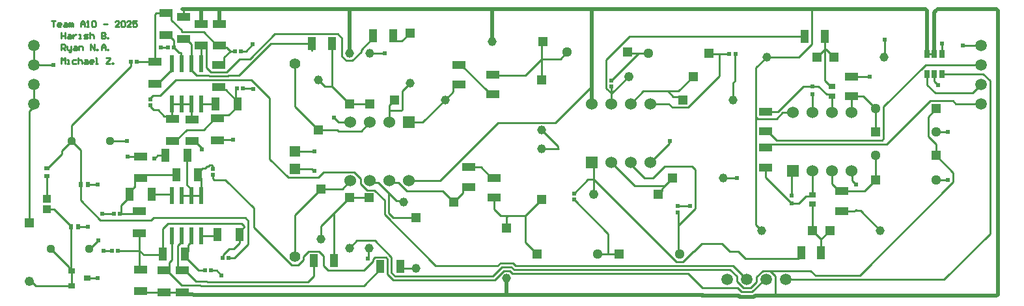
<source format=gtl>
G04*
G04 #@! TF.GenerationSoftware,Altium Limited,Altium Designer,25.3.3 (18)*
G04*
G04 Layer_Physical_Order=1*
G04 Layer_Color=255*
%FSLAX44Y44*%
%MOMM*%
G71*
G04*
G04 #@! TF.SameCoordinates,9AC58102-6E01-47F4-9C41-847502B80828*
G04*
G04*
G04 #@! TF.FilePolarity,Positive*
G04*
G01*
G75*
%ADD12C,0.5080*%
%ADD16C,0.2540*%
%ADD19R,1.7000X1.0500*%
%ADD20R,0.5153X0.4725*%
%ADD21R,0.4725X0.5153*%
%ADD22R,0.8500X0.7000*%
%ADD23R,1.0500X1.7000*%
%ADD24R,0.6000X2.2000*%
%ADD25R,1.7000X1.1000*%
%ADD26R,0.5000X0.6400*%
%ADD27R,0.9000X0.8000*%
%ADD28R,1.0500X1.0500*%
%ADD29R,0.6400X0.5000*%
%ADD30R,1.1000X1.7000*%
G04:AMPARAMS|DCode=31|XSize=1.1mm|YSize=0.6mm|CornerRadius=0.051mm|HoleSize=0mm|Usage=FLASHONLY|Rotation=90.000|XOffset=0mm|YOffset=0mm|HoleType=Round|Shape=RoundedRectangle|*
%AMROUNDEDRECTD31*
21,1,1.1000,0.4980,0,0,90.0*
21,1,0.9980,0.6000,0,0,90.0*
1,1,0.1020,0.2490,0.4990*
1,1,0.1020,0.2490,-0.4990*
1,1,0.1020,-0.2490,-0.4990*
1,1,0.1020,-0.2490,0.4990*
%
%ADD31ROUNDEDRECTD31*%
%ADD32R,0.5000X0.4750*%
%ADD33R,0.5200X0.5200*%
%ADD34R,0.5200X0.5200*%
%ADD42C,1.1176*%
%ADD43R,1.2446X1.2446*%
%ADD44C,1.2446*%
%ADD45C,1.4986*%
%ADD46R,1.1500X1.1500*%
%ADD47C,1.1500*%
%ADD48R,1.2954X1.2954*%
%ADD49C,1.2954*%
%ADD50R,1.1500X1.1500*%
%ADD51C,1.3970*%
%ADD52R,1.3970X1.3970*%
%ADD53R,1.2192X1.2192*%
%ADD54C,1.2192*%
%ADD56C,1.5240*%
%ADD57R,1.5240X1.5240*%
%ADD58C,0.6096*%
D12*
X637540Y5207D02*
X895477D01*
X941941Y3810D02*
X943084Y2667D01*
X963059Y3810D02*
X989530D01*
X894080D02*
X941941D01*
X961916Y2667D02*
X963059Y3810D01*
X943084Y2667D02*
X961916D01*
X989530Y3810D02*
X1277402D01*
X750570Y254000D02*
Y276860D01*
Y377190D01*
X218440Y8330D02*
X221150Y5620D01*
X231870D01*
X232410Y5080D01*
X232537Y5207D01*
X1196340Y373162D02*
X1198880Y375702D01*
X1196340Y319070D02*
Y373162D01*
X232537Y5207D02*
X637540D01*
X640080Y7747D02*
Y26890D01*
X1200368Y377190D02*
X1277402D01*
X265430D02*
X436880D01*
X218440D02*
X242570D01*
X1278890Y5298D02*
Y375702D01*
X1036320Y377190D02*
X1185352D01*
X750570D02*
X1036320D01*
X621250Y335280D02*
Y375700D01*
X619760Y377190D02*
X750570D01*
X435610Y319820D02*
Y375920D01*
X436880Y377190D02*
X619760D01*
X266700Y358420D02*
Y375920D01*
X242570Y358420D02*
Y377190D01*
X265430D01*
X1186840Y319070D02*
Y375702D01*
D16*
X134261Y62230D02*
X162065D01*
X270534Y53340D02*
X270627D01*
X271719Y54432D01*
Y57281D01*
X279414Y64975D01*
X284685D01*
X292380Y72670D01*
Y83820D01*
X168135Y57150D02*
X194030D01*
X181610Y182880D02*
X182572D01*
X186382Y186690D01*
X308144Y274320D02*
X309414Y273050D01*
X310376D01*
X297131Y274320D02*
X308144D01*
X206961Y327660D02*
X206986Y327684D01*
Y337005D01*
X213956Y320880D02*
X216330D01*
X207176Y327660D02*
X213956Y320880D01*
X196850Y343890D02*
X200100D01*
X206986Y337005D01*
X196850Y372390D02*
X200100D01*
X204080Y368410D01*
Y363522D02*
Y368410D01*
Y363522D02*
X217280Y350322D01*
Y347590D02*
Y350322D01*
X184430Y372390D02*
X196850D01*
X182880Y370840D02*
X184430Y372390D01*
X182880Y308890D02*
Y370840D01*
X973218Y36703D02*
X1035518D01*
X217280Y347590D02*
X245780D01*
X221570Y54888D02*
X239628Y36830D01*
X247674D01*
X287980Y272740D02*
X289560Y274320D01*
X74060Y205740D02*
Y225730D01*
X151181Y302851D01*
Y308610D01*
X182600D02*
X182880Y308890D01*
X158699Y308610D02*
X182600D01*
X386388Y168910D02*
X388928Y166370D01*
X389890D01*
X364490Y168910D02*
X386388D01*
X364490Y191770D02*
X389890D01*
X274416Y155036D02*
X310884Y118567D01*
X257810Y156524D02*
Y161314D01*
Y156524D02*
X259298Y155036D01*
X274416D01*
X253497Y173942D02*
X256370D01*
X252275Y172720D02*
X253497Y173942D01*
X257810Y168886D02*
Y172502D01*
X256370Y173942D02*
X257810Y172502D01*
X244686Y170466D02*
X247967D01*
X250221Y172720D01*
X294616Y322580D02*
X300990D01*
X309880Y331470D01*
X272660Y308780D02*
Y314570D01*
X280670Y322580D01*
X265430Y304800D02*
X268680D01*
X272660Y308780D01*
X275996Y327254D02*
X280670Y322580D01*
X287044D01*
X216330Y306910D02*
X217170Y306070D01*
X216330Y306910D02*
Y320880D01*
X189343Y265317D02*
X209386Y285360D01*
X180227Y265317D02*
X189343D01*
X176530Y261620D02*
X180227Y265317D01*
X186547Y246237D02*
X194564Y238220D01*
X181181Y246237D02*
X186547D01*
X176530Y250888D02*
X181181Y246237D01*
X114300Y110490D02*
X129564D01*
X269366Y327254D02*
X275996D01*
X266700Y329920D02*
X269366Y327254D01*
X190476Y327660D02*
X199390D01*
X209386Y285360D02*
X307765D01*
X331845Y261279D01*
X245780Y347590D02*
X263450Y329920D01*
X229882Y321179D02*
Y331608D01*
X229870Y306070D02*
Y321167D01*
X219710Y338530D02*
X222960D01*
X229870Y321167D02*
X229882Y321179D01*
X222960Y338530D02*
X229882Y331608D01*
X204470Y254070D02*
X217170D01*
X229870D01*
X229943Y134444D02*
X242643D01*
X217243D02*
X229943D01*
X201760Y238220D02*
X205740Y234240D01*
X194564Y238220D02*
X201760D01*
X262890Y36830D02*
X269240Y30480D01*
X255246Y36830D02*
X262890D01*
X250315Y22352D02*
X381762D01*
X454312Y17272D02*
X475950Y38910D01*
X241863Y17390D02*
X241981Y17272D01*
X236050Y22470D02*
X250196D01*
X241981Y17272D02*
X454312D01*
X217280Y17390D02*
X241863D01*
X250196Y22470D02*
X250315Y22352D01*
X381762D02*
X389290Y29880D01*
X229943Y74444D02*
Y82444D01*
X225550Y70052D02*
X229943Y74444D01*
X225550Y62118D02*
Y70052D01*
X221570Y58138D02*
X225550Y62118D01*
X221570Y54888D02*
Y58138D01*
X292380Y83820D02*
Y87070D01*
X298958Y93648D01*
Y94718D01*
X292380Y80570D02*
Y83820D01*
X278106Y53340D02*
X286258D01*
X205740Y205740D02*
X208990D01*
X287980Y255860D02*
Y272740D01*
X223735Y220485D02*
X246165D01*
X243160Y194990D02*
X243840Y194310D01*
X243160Y194990D02*
Y196691D01*
X246165Y220485D02*
X260910Y235230D01*
X264160D01*
X208990Y205740D02*
X223735Y220485D01*
X234390Y205460D02*
X243160Y196691D01*
X149580Y132640D02*
Y135890D01*
X138716Y121776D02*
X149580Y132640D01*
X138716Y110490D02*
Y121776D01*
Y110490D02*
X158750D01*
X238760Y161290D02*
Y164540D01*
X244686Y170466D01*
X250221Y172720D02*
X252275D01*
X238760Y161290D02*
X242643Y157407D01*
Y134444D02*
Y157407D01*
X109020Y76200D02*
X109220D01*
X97590Y64770D02*
X109020Y76200D01*
X97390Y64770D02*
X97590D01*
X115570Y62230D02*
X125109D01*
X162065D02*
X162560Y62725D01*
X287980Y255860D02*
X289840Y254000D01*
X274770Y272320D02*
X287980Y259110D01*
X292366Y312598D02*
X306222D01*
X275508Y295740D02*
X292366Y312598D01*
X306222D02*
X338675Y345050D01*
X203130Y252730D02*
X204470Y251390D01*
Y235510D02*
Y251390D01*
X1233170Y330200D02*
X1257300D01*
X25400Y304800D02*
X50800D01*
X25400D02*
Y330200D01*
X124060Y205740D02*
X146050D01*
X73381Y36940D02*
X74150Y36170D01*
X73381Y36940D02*
Y93980D01*
X73650Y36170D02*
X74150D01*
X70920Y38900D02*
X73650Y36170D01*
X70920Y38900D02*
Y41240D01*
X47390Y64770D02*
X70920Y41240D01*
X19050Y99060D02*
Y244365D01*
X25400Y250715D01*
Y254000D01*
X27421Y17170D02*
X73650D01*
X21730Y22860D02*
X27421Y17170D01*
X19050Y22860D02*
X21730D01*
X74060Y205740D02*
X85750Y194050D01*
Y148590D02*
Y194050D01*
X61640Y188550D02*
Y193320D01*
X74060Y205740D01*
X1259615Y293070D02*
X1268603Y284082D01*
X1205840Y293070D02*
X1259615D01*
X1245870Y267970D02*
X1257300Y279400D01*
X1197610Y267970D02*
X1245870D01*
X1268603Y84963D02*
Y284082D01*
X1224347Y254000D02*
X1257300D01*
X1220410Y257937D02*
X1224347Y254000D01*
X1190825Y257937D02*
X1220410D01*
X1133968Y201080D02*
X1190825Y257937D01*
X980860Y201080D02*
X1133968D01*
X1184981Y304800D02*
X1257300D01*
X1130427Y250246D02*
X1184981Y304800D01*
X25400Y254000D02*
Y279400D01*
X1035518Y36703D02*
X1041741Y30480D01*
X1099359D01*
X1209040Y25400D02*
X1268603Y84963D01*
X1003300Y25400D02*
X1209040Y25400D01*
X1099359Y30480D02*
X1220978Y152099D01*
X989530Y3810D02*
Y29755D01*
X982582Y36703D02*
X989530Y29755D01*
X934847Y43053D02*
X952500Y25400D01*
X939165Y22750D02*
X947818Y14097D01*
X939165Y22750D02*
Y29320D01*
X947818Y14097D02*
X957182D01*
X930512Y37973D02*
X939165Y29320D01*
X940634Y14097D02*
X945714Y9017D01*
X649701Y37973D02*
X930512D01*
X945714Y9017D02*
X959286D01*
X975669Y25400D01*
X977900D01*
X965200Y22115D02*
Y28685D01*
X957182Y14097D02*
X965200Y22115D01*
Y28685D02*
X973218Y36703D01*
X894660Y14097D02*
X940634D01*
X875864Y32893D02*
X894660Y14097D01*
X651805Y43053D02*
X934847D01*
X647597Y32893D02*
X875864D01*
X644040Y36450D02*
X647597Y32893D01*
X648248Y46610D02*
X651805Y43053D01*
X547933D02*
X628355D01*
X481330Y109656D02*
X547933Y43053D01*
X628355D02*
X631912Y46610D01*
X648248D01*
X624190Y24520D02*
X636120Y36450D01*
X1188593Y237363D02*
X1198880Y247650D01*
X1188593Y211807D02*
Y237363D01*
Y211807D02*
X1198880Y201521D01*
Y186690D02*
Y201521D01*
Y217170D02*
X1214120D01*
X1186840Y278740D02*
X1197610Y267970D01*
X703200Y229490D02*
X750570Y276860D01*
X628901Y229490D02*
X703200D01*
X398780Y95030D02*
X415290Y111540D01*
Y49530D02*
Y111540D01*
X435610Y131860D01*
X82880Y93980D02*
X95580D01*
X450715Y324525D02*
X466090Y339900D01*
X450715Y321405D02*
Y324525D01*
X439570Y310260D02*
X450715Y321405D01*
X431650Y310260D02*
X439570D01*
X425889Y316021D02*
X431650Y310260D01*
X425889Y316021D02*
Y339289D01*
X420128Y345050D02*
X425889Y339289D01*
X338675Y345050D02*
X420128D01*
X255352Y295740D02*
X275508D01*
X249800Y301292D02*
X255352Y295740D01*
X249800Y301292D02*
Y325940D01*
X245820Y329920D02*
X249800Y325940D01*
X242570Y329920D02*
X245820D01*
X466090Y339900D02*
Y342900D01*
X236680Y291260D02*
X252648D01*
X253248Y290660D02*
X277612D01*
X278212Y291260D01*
X252648D02*
X253248Y290660D01*
X278212Y291260D02*
X292069D01*
X333549Y332740D02*
X387050D01*
X292069Y291260D02*
X333549Y332740D01*
X74150Y17170D02*
Y36170D01*
X229870Y298070D02*
Y306070D01*
Y298070D02*
X236680Y291260D01*
X231140Y205460D02*
X234390D01*
X1196340Y283210D02*
X1201420Y278130D01*
X1196340Y283210D02*
Y293070D01*
X163830Y9880D02*
X165100Y8610D01*
X194310D01*
X194590Y8330D01*
X218440D01*
X646144Y41530D02*
X649701Y37973D01*
X634016Y41530D02*
X646144D01*
X622086Y29600D02*
X634016Y41530D01*
X494872Y29600D02*
X622086D01*
X490340Y34132D02*
X494872Y29600D01*
X490340Y34132D02*
Y54092D01*
X468612Y75820D02*
X490340Y54092D01*
X445170Y75820D02*
X468612D01*
X435610Y66260D02*
X445170Y75820D01*
X468872Y54220D02*
X483028D01*
X930039Y62103D02*
X941070D01*
X485260Y32028D02*
X492767Y24520D01*
X624190D01*
X483028Y54220D02*
X485260Y51988D01*
X941070Y62103D02*
X950713Y52460D01*
X1018789D01*
X883521Y62103D02*
X893681Y72263D01*
X919879D01*
X930039Y62103D01*
X883101D02*
X883521D01*
X485260Y32028D02*
Y51988D01*
X636120Y36450D02*
X644040D01*
X869131Y48133D02*
X883101Y62103D01*
X1023019Y56690D02*
Y59690D01*
X1018789Y52460D02*
X1023019Y56690D01*
X454613Y37220D02*
X466640Y49247D01*
Y51988D02*
X468872Y54220D01*
X460396Y65646D02*
X461010Y66260D01*
X466640Y49247D02*
Y51988D01*
X460396Y52701D02*
Y65646D01*
X459783Y52088D02*
X460396Y52701D01*
X408212Y37220D02*
X454613D01*
X402290Y43142D02*
Y55918D01*
Y43142D02*
X408212Y37220D01*
X860552Y48133D02*
X869131D01*
X753110Y155575D02*
X860552Y48133D01*
X382212Y61840D02*
X396367D01*
X402290Y55918D01*
X492090Y336042D02*
X503902D01*
X223800Y148586D02*
Y189230D01*
X160860Y157480D02*
X163830D01*
X504270Y39590D02*
X521970D01*
X622300Y291130D02*
X664510D01*
X223910Y203030D02*
X227890Y207010D01*
X231140D01*
X426500Y143290D02*
X436880Y153670D01*
X398780Y143290D02*
X426500D01*
X364490Y109000D02*
X398780Y143290D01*
X355927Y158115D02*
X395278D01*
X402263Y165100D01*
X441615D01*
X449990Y156725D01*
X331845Y182196D02*
X355927Y158115D01*
X398780Y77690D02*
Y95030D01*
X458365Y141420D02*
X468338D01*
X449990Y149796D02*
X458365Y141420D01*
X468338D02*
X481330Y128428D01*
X464710Y151240D02*
X473226D01*
X486410Y138057D01*
X462280Y153670D02*
X464710Y151240D01*
X553081Y153670D02*
X628901Y229490D01*
X513080Y153670D02*
X553081D01*
X486410Y138057D02*
X497022Y127444D01*
X486410Y111760D02*
Y138057D01*
X509861Y140725D02*
X556505D01*
X571500Y125730D02*
X583320Y137550D01*
X556505Y140725D02*
X571500Y125730D01*
X487680Y153670D02*
X489875Y151475D01*
X499110D02*
X509861Y140725D01*
X489875Y151475D02*
X499110D01*
X637540Y5207D02*
X640080Y7747D01*
X1206170Y319400D02*
Y332410D01*
X1206500Y332740D01*
X1205840Y319070D02*
X1206170Y319400D01*
X964320Y237062D02*
Y301160D01*
Y96570D02*
X971990Y88900D01*
X964320Y96570D02*
Y237062D01*
X894080Y3810D02*
X895477Y5207D01*
X1220978Y152099D02*
Y164592D01*
X1198880Y186690D02*
X1220978Y164592D01*
X1277402Y3810D02*
X1278890Y5298D01*
X1277402Y377190D02*
X1278890Y375702D01*
X976630Y218140D02*
X979630D01*
X990887Y206883D01*
X1128195D01*
X1130427Y209115D01*
Y250246D01*
X976630Y196850D02*
X980860Y201080D01*
X1198880Y154940D02*
X1214120D01*
X1131350Y337600D02*
X1131570Y337820D01*
X1131350Y315180D02*
Y337600D01*
X1131130Y314960D02*
X1131350Y315180D01*
X1088690Y289560D02*
X1112520D01*
X1088390Y289860D02*
X1088690Y289560D01*
X1186840Y278740D02*
Y293070D01*
X964320Y301160D02*
X978120Y314960D01*
X964320Y237062D02*
X966552Y234830D01*
X990967D01*
X998707Y242570D01*
X1012190D01*
X1036320Y377190D02*
X1036740Y376770D01*
Y331552D02*
Y376770D01*
X1020148Y314960D02*
X1036740Y331552D01*
X978120Y314960D02*
X1020148D01*
X1053430Y284569D02*
Y324670D01*
X1055820D02*
X1065530Y314960D01*
X1043720D02*
X1053430Y324670D01*
X619760Y377190D02*
X621250Y375700D01*
X435610Y375920D02*
X436880Y377190D01*
X265430D02*
X266700Y375920D01*
X218440Y377190D02*
X219710Y375920D01*
Y367030D02*
Y375920D01*
X1185352Y377190D02*
X1186840Y375702D01*
X331845Y182196D02*
Y261279D01*
X449990Y149796D02*
Y156725D01*
X481330Y109656D02*
Y128428D01*
X310884Y92949D02*
Y118567D01*
Y92949D02*
X360019Y43815D01*
X368961D01*
X375586Y50440D01*
Y55215D01*
X382212Y61840D01*
X364490Y54610D02*
Y109000D01*
X180848Y105410D02*
X300228D01*
X177800Y102362D02*
X180848Y105410D01*
X199928Y98298D02*
X295378D01*
X85750Y128372D02*
X111760Y102362D01*
X177800D01*
X197560Y37110D02*
X217280Y17390D01*
X221690Y36830D02*
X236050Y22470D01*
X264440Y207010D02*
X284480D01*
X264160Y206730D02*
X264440Y207010D01*
X289840Y250750D02*
Y254000D01*
X278300Y239210D02*
X289840Y250750D01*
X268140Y239210D02*
X278300D01*
X264160Y235230D02*
X268140Y239210D01*
X265430Y276300D02*
X269410Y272320D01*
X274770D01*
X261270Y254070D02*
X261340Y254000D01*
X242570Y254070D02*
X261270D01*
X229515Y233960D02*
X229870Y234315D01*
Y254070D01*
X263450Y329920D02*
X266700D01*
X242570Y306070D02*
Y329920D01*
X204470Y298070D02*
Y306070D01*
X202740Y296340D02*
X204470Y298070D01*
X202080Y296340D02*
X202740D01*
X186130Y280390D02*
X202080Y296340D01*
X182880Y280390D02*
X186130D01*
X147320Y185420D02*
X163550D01*
X163830Y185700D01*
X181470Y183020D02*
X181610Y182880D01*
X641985Y108168D02*
X663992D01*
X632460D02*
X641985D01*
X663992D02*
X664208D01*
X863600Y59690D02*
Y95711D01*
X387050Y323042D02*
Y332740D01*
X1186840Y319070D02*
X1196340D01*
X685800Y195360D02*
X685910Y195470D01*
X707280D01*
X707390Y195580D01*
X706710Y196260D02*
X707390Y195580D01*
X706710Y196260D02*
Y199020D01*
X685800Y219930D02*
X706710Y199020D01*
X934500Y259080D02*
Y281527D01*
X936675Y283702D01*
Y288975D01*
X937355Y289655D01*
Y318675D01*
X937450Y318770D01*
X921726Y157687D02*
X921829Y157583D01*
X939697D01*
X939800Y157480D01*
X878745Y120745D02*
X878840Y120650D01*
X862425Y120745D02*
X878745D01*
X862330Y120840D02*
X862425Y120745D01*
X826770Y177800D02*
X851490Y202520D01*
Y205060D01*
X852170Y205740D01*
X1075690Y114300D02*
X1092508D01*
X1093778Y115570D01*
X1094740D01*
X1095420Y114890D01*
X1100060D01*
X1126050Y88900D01*
X1072690Y114300D02*
X1075690D01*
X1068460Y118530D02*
X1072690Y114300D01*
X1089352Y153978D02*
X1094740Y148590D01*
X1089352Y153978D02*
Y165408D01*
X1088390Y166370D02*
X1089352Y165408D01*
X1088390Y289860D02*
X1089360Y290830D01*
X415290Y236220D02*
X421640Y229870D01*
X436880D01*
X462280Y319820D02*
X462390Y319930D01*
X481220D01*
X481330Y320040D01*
X163830Y185700D02*
X167080D01*
X186382Y186690D02*
X196290D01*
X95250Y148590D02*
X108280D01*
X94150Y26670D02*
X108280D01*
X204543Y50472D02*
Y82444D01*
X201540Y47470D02*
X204543Y50472D01*
X201540Y41090D02*
Y47470D01*
X197560Y37110D02*
X201540Y41090D01*
X475950Y38910D02*
Y41910D01*
X194310Y37110D02*
X197560D01*
X216490Y36830D02*
X218440D01*
X212510Y40810D02*
X216490Y36830D01*
X212510Y40810D02*
Y69712D01*
X217243Y74444D01*
Y82444D01*
X218440Y36830D02*
X221690D01*
X389290Y29880D02*
Y49530D01*
X590550Y171750D02*
X606600D01*
X620570Y157780D01*
X623570D01*
X577850Y305100D02*
X580850D01*
X615070Y270880D01*
Y270630D02*
Y270880D01*
Y270630D02*
X619300Y266400D01*
X622300D01*
X750570Y177800D02*
X753110Y175260D01*
Y155575D02*
Y175260D01*
X727710Y137350D02*
X745935Y155575D01*
X753110D01*
Y135890D02*
Y155575D01*
X777240Y267970D02*
X798830Y289560D01*
X775970Y267970D02*
X777240D01*
X769560Y274380D02*
Y311652D01*
X775970Y267970D02*
Y276670D01*
X769560Y311652D02*
X799538Y341630D01*
X1027430D01*
X775970Y254000D02*
Y267970D01*
X769560Y274380D02*
X775970Y267970D01*
X1037590Y88900D02*
Y125290D01*
X1049020Y59690D02*
Y77470D01*
X1037590Y88900D02*
X1049020Y77470D01*
X1060450Y88900D01*
X42240Y130340D02*
Y160350D01*
X623570Y117058D02*
Y131780D01*
Y117058D02*
X632460Y108168D01*
X640080Y92490D02*
Y106263D01*
X641985Y108168D01*
X664208D02*
X685800Y129760D01*
X663992Y73878D02*
X679450Y58420D01*
X663992Y73878D02*
Y108168D01*
X709930Y312420D02*
X718820Y321310D01*
X685800Y312420D02*
X709930D01*
X685800Y334230D02*
X686850Y335280D01*
X685800Y312420D02*
Y334230D01*
X664510Y291130D02*
X685800Y312420D01*
Y285530D02*
Y312420D01*
X501950Y41910D02*
X504270Y39590D01*
X521970D02*
Y39810D01*
X193071Y58138D02*
Y91440D01*
X199928Y98298D01*
X295378D02*
X298958Y94718D01*
X162560Y62725D02*
X168135Y57150D01*
X162560Y39650D02*
X163830Y38380D01*
X162560Y39650D02*
Y62725D01*
Y85800D01*
X158750Y110490D02*
X162560Y114300D01*
X149580Y135890D02*
Y139140D01*
X156600Y146160D01*
Y153220D01*
X160860Y157480D01*
X163830Y157200D02*
Y157480D01*
Y157200D02*
X167080D01*
X171170Y161290D01*
X210260D01*
X394970Y285530D02*
X403720Y276780D01*
X413050D01*
Y332740D01*
Y276780D02*
X435610Y254220D01*
X462280D01*
X223800Y148586D02*
X229943Y142444D01*
Y134444D02*
Y142444D01*
X178080Y135890D02*
X203096D01*
X204543Y134444D01*
X242643Y82444D02*
X262504D01*
X263880Y83820D01*
X42240Y169850D02*
X42940D01*
X61640Y188550D01*
X85750Y128372D02*
Y148590D01*
X300228Y105410D02*
X304038Y101600D01*
Y71120D02*
Y101600D01*
X286258Y53340D02*
X304038Y71120D01*
X42240Y116840D02*
X51221D01*
X73381Y94680D01*
Y93980D02*
Y94680D01*
Y93980D02*
X73590Y93770D01*
X836930Y135890D02*
X841756Y140716D01*
Y143317D01*
X845789Y147351D01*
X775970Y177800D02*
X806420Y147351D01*
X845789D02*
X856126Y157687D01*
X806420Y147351D02*
X845789D01*
X801370Y175260D02*
Y177800D01*
Y175260D02*
X819150Y157480D01*
X830580D01*
X845820Y172720D01*
X881380D01*
X885698Y168402D01*
Y117809D02*
Y168402D01*
X863600Y95711D02*
X885698Y117809D01*
X863600Y95711D02*
Y111570D01*
X862330Y112840D02*
X863600Y111570D01*
Y59690D02*
X864870Y58420D01*
X826770Y254000D02*
X850977D01*
X855457Y249520D01*
X876228D01*
X916845Y290137D01*
Y318770D01*
X904240D02*
X916845D01*
X902970Y320040D02*
X904240Y318770D01*
X916845D02*
X929450D01*
X863672Y270582D02*
X882650Y289560D01*
X849630Y270582D02*
X863672D01*
X849630D02*
X856652Y263560D01*
X864420D01*
X801370Y254000D02*
X817952Y270582D01*
X849630D01*
X864420Y263560D02*
X868900Y259080D01*
X435610Y131860D02*
X461010D01*
X492090Y336042D02*
Y342900D01*
X503902Y336042D02*
X514350Y346490D01*
X487680Y252510D02*
X494250Y259080D01*
X487680Y245110D02*
Y252510D01*
Y245110D02*
X502702D01*
X504190Y246598D01*
Y270730D01*
X487680Y229870D02*
Y245110D01*
X504190Y270730D02*
X514350Y280890D01*
X364490Y250410D02*
X394970Y219930D01*
X364490Y250410D02*
Y306070D01*
X394970Y219930D02*
X419787D01*
X421277Y218440D01*
X450850D01*
X462280Y229870D01*
X504185Y127444D02*
X505900Y125730D01*
X497022Y127444D02*
X504185D01*
X486410Y111760D02*
X492760Y105410D01*
X521970D01*
X513080Y229870D02*
X530640D01*
X559850Y259080D01*
X570620Y269850D01*
Y274870D01*
X574850Y279100D01*
X577850D01*
X583320Y137550D02*
Y141520D01*
X587550Y145750D01*
X590550D01*
X1010920Y134665D02*
Y165100D01*
X1012190Y166370D01*
X1010795Y124415D02*
X1010920D01*
X976630Y158580D02*
X1010795Y124415D01*
X976630Y158580D02*
Y170849D01*
X1010920Y124415D02*
X1020287D01*
X1029663Y133790D01*
X1037590D01*
Y166370D01*
X1072690Y140300D02*
X1075690D01*
X1062990Y150000D02*
X1072690Y140300D01*
X1062990Y150000D02*
Y166370D01*
X1075690Y140300D02*
X1105500D01*
X1120140Y154940D01*
Y186690D01*
X1088390Y242570D02*
Y263860D01*
X1103930D01*
X1120140Y247650D01*
Y217170D02*
Y247650D01*
X976630Y244140D02*
X993093D01*
X1025857Y276905D01*
X1037590D01*
X1045687D01*
X1056333Y266260D01*
X1062990D01*
Y242570D02*
Y266260D01*
X1037590Y242570D02*
Y266655D01*
X1053430Y324670D02*
X1055820D01*
X1053430D02*
Y341630D01*
Y284569D02*
X1062990Y275010D01*
Y274760D02*
Y275010D01*
X811340Y320040D02*
X824230D01*
X798830D02*
X811340D01*
X775970Y284670D02*
X811340Y320040D01*
X797560Y321310D02*
X798830Y320040D01*
X772160Y58420D02*
X786130D01*
X772160D02*
Y84900D01*
X727710Y129350D02*
X772160Y84900D01*
X758190Y58420D02*
X772160D01*
X60960Y346701D02*
Y339083D01*
Y342892D01*
X66038D01*
Y346701D01*
Y339083D01*
X69847Y344162D02*
X72386D01*
X73656Y342892D01*
Y339083D01*
X69847D01*
X68577Y340353D01*
X69847Y341623D01*
X73656D01*
X76195Y344162D02*
Y339083D01*
Y341623D01*
X77465Y342892D01*
X78734Y344162D01*
X80004D01*
X83813Y339083D02*
X86352D01*
X85082D01*
Y344162D01*
X83813D01*
X90161Y339083D02*
X93969D01*
X95239Y340353D01*
X93969Y341623D01*
X91430D01*
X90161Y342892D01*
X91430Y344162D01*
X95239D01*
X97778Y346701D02*
Y339083D01*
Y342892D01*
X99048Y344162D01*
X101587D01*
X102856Y342892D01*
Y339083D01*
X113013Y346701D02*
Y339083D01*
X116822D01*
X118091Y340353D01*
Y341623D01*
X116822Y342892D01*
X113013D01*
X116822D01*
X118091Y344162D01*
Y345431D01*
X116822Y346701D01*
X113013D01*
X120631Y339083D02*
Y340353D01*
X121900D01*
Y339083D01*
X120631D01*
X60960Y323846D02*
Y331464D01*
X64769D01*
X66038Y330194D01*
Y327655D01*
X64769Y326385D01*
X60960D01*
X63499D02*
X66038Y323846D01*
X68577Y328925D02*
Y325116D01*
X69847Y323846D01*
X73656D01*
Y322577D01*
X72386Y321307D01*
X71117D01*
X73656Y323846D02*
Y328925D01*
X77465D02*
X80004D01*
X81273Y327655D01*
Y323846D01*
X77465D01*
X76195Y325116D01*
X77465Y326385D01*
X81273D01*
X83813Y323846D02*
Y328925D01*
X87621D01*
X88891Y327655D01*
Y323846D01*
X99048D02*
Y331464D01*
X104126Y323846D01*
Y331464D01*
X106665Y323846D02*
Y325116D01*
X107935D01*
Y323846D01*
X106665D01*
X113013D02*
Y328925D01*
X115552Y331464D01*
X118091Y328925D01*
Y323846D01*
Y327655D01*
X113013D01*
X120631Y323846D02*
Y325116D01*
X121900D01*
Y323846D01*
X120631D01*
X60960Y306070D02*
Y313687D01*
X63499Y311148D01*
X66038Y313687D01*
Y306070D01*
X68577D02*
X71117D01*
X69847D01*
Y311148D01*
X68577D01*
X80004D02*
X76195D01*
X74925Y309879D01*
Y307340D01*
X76195Y306070D01*
X80004D01*
X82543Y313687D02*
Y306070D01*
Y309879D01*
X83813Y311148D01*
X86352D01*
X87621Y309879D01*
Y306070D01*
X91430Y311148D02*
X93969D01*
X95239Y309879D01*
Y306070D01*
X91430D01*
X90161Y307340D01*
X91430Y308609D01*
X95239D01*
X101587Y306070D02*
X99048D01*
X97778Y307340D01*
Y309879D01*
X99048Y311148D01*
X101587D01*
X102856Y309879D01*
Y308609D01*
X97778D01*
X105396Y306070D02*
X107935D01*
X106665D01*
Y313687D01*
X105396D01*
X119361D02*
X124439D01*
Y312418D01*
X119361Y307340D01*
Y306070D01*
X124439D01*
X126979D02*
Y307340D01*
X128248D01*
Y306070D01*
X126979D01*
X48260Y361948D02*
X53338D01*
X50799D01*
Y354330D01*
X59686D02*
X57147D01*
X55877Y355600D01*
Y358139D01*
X57147Y359408D01*
X59686D01*
X60956Y358139D01*
Y356869D01*
X55877D01*
X64765Y359408D02*
X67304D01*
X68573Y358139D01*
Y354330D01*
X64765D01*
X63495Y355600D01*
X64765Y356869D01*
X68573D01*
X71113Y354330D02*
Y359408D01*
X72382D01*
X73652Y358139D01*
Y354330D01*
Y358139D01*
X74921Y359408D01*
X76191Y358139D01*
Y354330D01*
X86348D02*
Y359408D01*
X88887Y361948D01*
X91426Y359408D01*
Y354330D01*
Y358139D01*
X86348D01*
X93965Y354330D02*
X96504D01*
X95235D01*
Y361948D01*
X93965Y360678D01*
X100313D02*
X101583Y361948D01*
X104122D01*
X105392Y360678D01*
Y355600D01*
X104122Y354330D01*
X101583D01*
X100313Y355600D01*
Y360678D01*
X115548Y358139D02*
X120627D01*
X135862Y354330D02*
X130783D01*
X135862Y359408D01*
Y360678D01*
X134592Y361948D01*
X132053D01*
X130783Y360678D01*
X138401D02*
X139670Y361948D01*
X142210D01*
X143479Y360678D01*
Y355600D01*
X142210Y354330D01*
X139670D01*
X138401Y355600D01*
Y360678D01*
X151097Y354330D02*
X146018D01*
X151097Y359408D01*
Y360678D01*
X149827Y361948D01*
X147288D01*
X146018Y360678D01*
X158714Y361948D02*
X153636D01*
Y358139D01*
X156175Y359408D01*
X157445D01*
X158714Y358139D01*
Y355600D01*
X157445Y354330D01*
X154906D01*
X153636Y355600D01*
D19*
X219710Y338530D02*
D03*
Y367030D02*
D03*
X196850Y372390D02*
D03*
Y343890D02*
D03*
X182880Y308890D02*
D03*
Y280390D02*
D03*
X205740Y234240D02*
D03*
Y205740D02*
D03*
X266700Y329920D02*
D03*
Y358420D02*
D03*
X242570Y329920D02*
D03*
Y358420D02*
D03*
X265430Y276300D02*
D03*
Y304800D02*
D03*
X264160Y206730D02*
D03*
Y235230D02*
D03*
X231140Y205460D02*
D03*
Y233960D02*
D03*
X163830Y9880D02*
D03*
Y38380D02*
D03*
X194310Y8610D02*
D03*
Y37110D02*
D03*
X218440Y8330D02*
D03*
Y36830D02*
D03*
X162560Y85800D02*
D03*
Y114300D02*
D03*
X163830Y185700D02*
D03*
Y157200D02*
D03*
D20*
X158726Y308610D02*
D03*
X151154D02*
D03*
X297131Y274320D02*
D03*
X289560D02*
D03*
X129564Y110490D02*
D03*
X137136D02*
D03*
X206961Y327660D02*
D03*
X199390D02*
D03*
X247674Y36830D02*
D03*
X255246D02*
D03*
X270534Y53340D02*
D03*
X278106D02*
D03*
X294616Y322580D02*
D03*
X287044D02*
D03*
X126690Y62230D02*
D03*
X134261D02*
D03*
D21*
X176530Y252468D02*
D03*
Y260040D02*
D03*
X257810Y168886D02*
D03*
Y161314D02*
D03*
D22*
X1062990Y264260D02*
D03*
Y276760D02*
D03*
X1037590Y123290D02*
D03*
Y135790D02*
D03*
D23*
X238760Y161290D02*
D03*
X210260D02*
D03*
X193071Y58138D02*
D03*
X221570D02*
D03*
X289840Y254000D02*
D03*
X261340D02*
D03*
X292380Y83820D02*
D03*
X263880D02*
D03*
X224790Y186690D02*
D03*
X196290D02*
D03*
X149580Y135890D02*
D03*
X178080D02*
D03*
D24*
X204470Y254070D02*
D03*
X217170D02*
D03*
X229870D02*
D03*
X242570D02*
D03*
Y306070D02*
D03*
X229870D02*
D03*
X217170D02*
D03*
X204470D02*
D03*
X242643Y134444D02*
D03*
X229943D02*
D03*
X217243D02*
D03*
X204543D02*
D03*
Y82444D02*
D03*
X217243D02*
D03*
X229943D02*
D03*
X242643D02*
D03*
D25*
X1075690Y114300D02*
D03*
Y140300D02*
D03*
X622300Y292400D02*
D03*
Y266400D02*
D03*
X577850Y279100D02*
D03*
Y305100D02*
D03*
X590550Y171750D02*
D03*
Y145750D02*
D03*
X1088390Y263860D02*
D03*
Y289860D02*
D03*
X976630Y218140D02*
D03*
Y244140D02*
D03*
Y170849D02*
D03*
Y196850D02*
D03*
X623570Y157780D02*
D03*
Y131780D02*
D03*
D26*
X95250Y148590D02*
D03*
X85750D02*
D03*
X82880Y93980D02*
D03*
X73381D02*
D03*
D27*
X74150Y36170D02*
D03*
Y17170D02*
D03*
X94150Y26670D02*
D03*
D28*
X42240Y116840D02*
D03*
Y130340D02*
D03*
D29*
Y169850D02*
D03*
Y160350D02*
D03*
D30*
X1053430Y341630D02*
D03*
X1027430D02*
D03*
X1049020Y59690D02*
D03*
X1023019D02*
D03*
X492090Y342900D02*
D03*
X466090D02*
D03*
X413050Y332740D02*
D03*
X387050D02*
D03*
X475950Y41910D02*
D03*
X501950D02*
D03*
X389290Y49530D02*
D03*
X415290D02*
D03*
D31*
X1186840Y293070D02*
D03*
X1196340D02*
D03*
X1205840D02*
D03*
Y319070D02*
D03*
X1196340D02*
D03*
X1186840D02*
D03*
D32*
X1037590Y266655D02*
D03*
Y276905D02*
D03*
X1010920Y134665D02*
D03*
Y124415D02*
D03*
D33*
X929450Y318770D02*
D03*
X937450D02*
D03*
D34*
X862330Y120840D02*
D03*
Y112840D02*
D03*
X775970Y276670D02*
D03*
Y284670D02*
D03*
X727710Y137350D02*
D03*
Y129350D02*
D03*
D42*
X47390Y64770D02*
D03*
X97390D02*
D03*
X124060Y205740D02*
D03*
X74060D02*
D03*
D43*
X19050Y99060D02*
D03*
D44*
Y22860D02*
D03*
D45*
X25400Y330200D02*
D03*
Y304800D02*
D03*
Y279400D02*
D03*
Y254000D02*
D03*
X1003300Y25400D02*
D03*
X977900D02*
D03*
X952500D02*
D03*
X927100D02*
D03*
X1257300Y254000D02*
D03*
Y279400D02*
D03*
Y304800D02*
D03*
Y330200D02*
D03*
D46*
X1043720Y314960D02*
D03*
X1065530D02*
D03*
X1037590Y88900D02*
D03*
X856126Y157687D02*
D03*
X571500Y125730D02*
D03*
X494250Y259080D02*
D03*
X868900D02*
D03*
X686850Y335280D02*
D03*
X1060450Y88900D02*
D03*
D47*
X978120Y314960D02*
D03*
X1131130D02*
D03*
X971990Y88900D02*
D03*
X514350Y280890D02*
D03*
X462280Y319820D02*
D03*
X435610D02*
D03*
X921726Y157687D02*
D03*
X521970Y39810D02*
D03*
X505900Y125730D02*
D03*
X559850Y259080D02*
D03*
X435610Y66260D02*
D03*
X394970Y285530D02*
D03*
X398780Y77690D02*
D03*
X934500Y259080D02*
D03*
X621250Y335280D02*
D03*
X640080Y26890D02*
D03*
X685800Y195360D02*
D03*
X1126050Y88900D02*
D03*
X685800Y219930D02*
D03*
X461010Y66260D02*
D03*
D48*
X902970Y320040D02*
D03*
X797560Y321310D02*
D03*
X1198880Y247650D02*
D03*
Y186690D02*
D03*
X1120140Y154940D02*
D03*
Y217170D02*
D03*
X679450Y58420D02*
D03*
X786130D02*
D03*
D49*
X824230Y320040D02*
D03*
X718820Y321310D02*
D03*
X1120140Y247650D02*
D03*
Y186690D02*
D03*
X1198880Y154940D02*
D03*
Y217170D02*
D03*
X758190Y58420D02*
D03*
X864870D02*
D03*
D50*
X514350Y346490D02*
D03*
X462280Y254220D02*
D03*
X435610D02*
D03*
X521970Y105410D02*
D03*
X435610Y131860D02*
D03*
X394970Y219930D02*
D03*
X398780Y143290D02*
D03*
X640080Y92490D02*
D03*
X685800Y129760D02*
D03*
Y285530D02*
D03*
X461010Y131860D02*
D03*
D51*
X364490Y306070D02*
D03*
Y54610D02*
D03*
D52*
Y191770D02*
D03*
Y168910D02*
D03*
D53*
X882650Y289560D02*
D03*
X836930Y135890D02*
D03*
D54*
X798830Y289560D02*
D03*
X753110Y135890D02*
D03*
D56*
X1012190Y242570D02*
D03*
X1037590D02*
D03*
X1062990D02*
D03*
X1088390D02*
D03*
Y166370D02*
D03*
X1062990D02*
D03*
X1037590D02*
D03*
X750570Y254000D02*
D03*
X775970D02*
D03*
X801370D02*
D03*
X826770D02*
D03*
Y177800D02*
D03*
X801370D02*
D03*
X775970D02*
D03*
X513080Y153670D02*
D03*
X487680D02*
D03*
X462280D02*
D03*
X436880D02*
D03*
Y229870D02*
D03*
X462280D02*
D03*
X487680D02*
D03*
D57*
X1012190Y166370D02*
D03*
X750570Y177800D02*
D03*
X513080Y229870D02*
D03*
D58*
X389890Y166370D02*
D03*
Y191770D02*
D03*
X190476Y327660D02*
D03*
X269240Y30480D02*
D03*
X243840Y194310D02*
D03*
X224790Y208280D02*
D03*
X109220Y76200D02*
D03*
X115570Y62230D02*
D03*
X309880Y331470D02*
D03*
X1233170Y330200D02*
D03*
X50800Y304800D02*
D03*
X146050Y205740D02*
D03*
X1214120Y217170D02*
D03*
X95580Y93980D02*
D03*
X1201420Y278130D02*
D03*
X459783Y52088D02*
D03*
X1206500Y332740D02*
D03*
X1214120Y154940D02*
D03*
X1131570Y337820D02*
D03*
X1112520Y289560D02*
D03*
X310376Y273050D02*
D03*
X284480Y207010D02*
D03*
X147320Y185420D02*
D03*
X181610Y182880D02*
D03*
X939800Y157480D02*
D03*
X878840Y120650D02*
D03*
X852170Y205740D02*
D03*
X1094740Y148590D02*
D03*
X415290Y236220D02*
D03*
X481330Y320040D02*
D03*
X108280Y148590D02*
D03*
X114300Y110490D02*
D03*
X108280Y26670D02*
D03*
M02*

</source>
